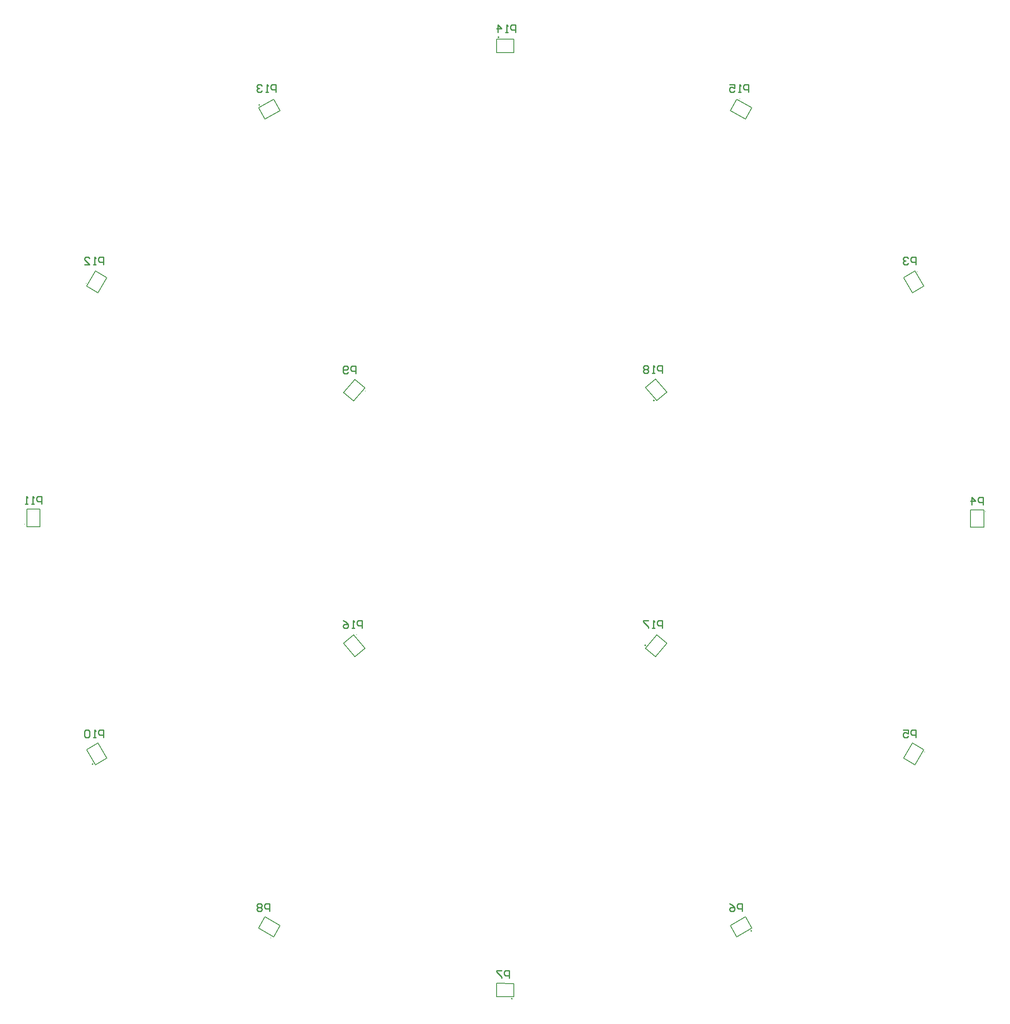
<source format=gbo>
G04*
G04 #@! TF.GenerationSoftware,Altium Limited,Altium Designer,20.2.3 (150)*
G04*
G04 Layer_Color=32896*
%FSLAX25Y25*%
%MOIN*%
G70*
G04*
G04 #@! TF.SameCoordinates,FEBEBD62-9BCC-4C60-8B63-8EF99F169A48*
G04*
G04*
G04 #@! TF.FilePolarity,Positive*
G04*
G01*
G75*
%ADD10C,0.00787*%
%ADD14C,0.00500*%
%ADD15C,0.01000*%
D10*
X52019Y428095D02*
G03*
X52019Y428095I197J-341D01*
G01*
X544249Y331846D02*
G03*
X544249Y331846I-224J324D01*
G01*
X550947Y526511D02*
G03*
X550947Y526511I-63J-389D01*
G01*
X322184Y533584D02*
G03*
X322184Y533584I-68J388D01*
G01*
X315231Y340705D02*
G03*
X315231Y340705I37J-392D01*
G01*
X813737Y438066D02*
G03*
X813737Y438066I318J-232D01*
G01*
X100972Y618876D02*
G03*
X100972Y618876I-392J33D01*
G01*
X106303Y238035D02*
G03*
X106303Y238035I-394J0D01*
G01*
X247259Y100190D02*
G03*
X247259Y100190I-1J394D01*
G01*
X438779Y52214D02*
G03*
X438779Y52214I-394J0D01*
G01*
X628457Y106044D02*
G03*
X628457Y106043I-360J-159D01*
G01*
X765480Y247618D02*
G03*
X765480Y247618I81J-385D01*
G01*
X759841Y628065D02*
G03*
X759841Y628065I391J42D01*
G01*
X619081Y765217D02*
G03*
X619081Y765217I-197J341D01*
G01*
X428150Y813927D02*
G03*
X428150Y813927I-394J0D01*
G01*
X238243Y760598D02*
G03*
X238243Y760598I-198J-340D01*
G01*
D14*
X53840Y426180D02*
X64273Y426182D01*
X53837Y439959D02*
X53840Y426180D01*
X53837Y439959D02*
X64270Y439962D01*
X64273Y426182D01*
X544258Y329920D02*
X552250Y323213D01*
X544258Y329920D02*
X553115Y340475D01*
X561107Y333769D01*
X552250Y323213D02*
X561107Y333769D01*
X553141Y525963D02*
X561123Y532681D01*
X544269Y536506D02*
X553141Y525963D01*
X544269Y536506D02*
X552251Y543224D01*
X561123Y532681D01*
X313892Y542928D02*
X321884Y536222D01*
X313027Y525666D02*
X321884Y536222D01*
X305035Y532373D02*
X313027Y525666D01*
X305035Y532373D02*
X313892Y542928D01*
X305019Y333769D02*
X313012Y340475D01*
X321869Y329920D01*
X313877Y323213D02*
X321869Y329920D01*
X305019Y333769D02*
X313877Y323213D01*
X802000Y439426D02*
X812433Y439411D01*
X812413Y425631D02*
X812433Y439411D01*
X801980Y425647D02*
X812413Y425631D01*
X801980Y425647D02*
X802000Y439426D01*
X101196Y616733D02*
X110223Y611502D01*
X101196Y616733D02*
X108104Y628655D01*
X117131Y623425D01*
X110223Y611502D02*
X117131Y623425D01*
X108104Y237486D02*
X117131Y242717D01*
X101196Y249409D02*
X108104Y237486D01*
X101196Y249409D02*
X110223Y254639D01*
X117131Y242717D01*
X249433Y101206D02*
X254636Y110249D01*
X237490Y108078D02*
X249433Y101206D01*
X237490Y108078D02*
X242692Y117121D01*
X254636Y110249D01*
X439960Y53838D02*
X439961Y64271D01*
X426181Y53839D02*
X439960Y53838D01*
X426181Y53839D02*
X426181Y64272D01*
X439961Y64271D01*
X623450Y117121D02*
X628652Y108077D01*
X616708Y101206D02*
X628652Y108077D01*
X611506Y110250D02*
X616708Y101206D01*
X611506Y110250D02*
X623450Y117121D01*
X755919Y254640D02*
X764946Y249409D01*
X758038Y237486D02*
X764946Y249409D01*
X749010Y242717D02*
X758038Y237486D01*
X749010Y242717D02*
X755919Y254640D01*
X749010Y623425D02*
X758038Y628655D01*
X764946Y616733D01*
X755919Y611502D02*
X764946Y616733D01*
X749010Y623425D02*
X755919Y611502D01*
X611505Y755892D02*
X616708Y764936D01*
X628652Y758064D01*
X623449Y749021D02*
X628652Y758064D01*
X611505Y755892D02*
X623449Y749021D01*
X426181Y801870D02*
X426181Y812304D01*
X439961Y812303D01*
X439960Y801870D02*
X439961Y812303D01*
X426181Y801870D02*
X439960Y801870D01*
X237490Y758064D02*
X242692Y749021D01*
X237490Y758064D02*
X249434Y764935D01*
X254636Y755892D01*
X242692Y749021D02*
X254636Y755892D01*
D15*
X557700Y547800D02*
Y553798D01*
X554701D01*
X553701Y552798D01*
Y550799D01*
X554701Y549799D01*
X557700D01*
X551702Y547800D02*
X549703D01*
X550702D01*
Y553798D01*
X551702Y552798D01*
X546704D02*
X545704Y553798D01*
X543705D01*
X542705Y552798D01*
Y551799D01*
X543705Y550799D01*
X542705Y549799D01*
Y548800D01*
X543705Y547800D01*
X545704D01*
X546704Y548800D01*
Y549799D01*
X545704Y550799D01*
X546704Y551799D01*
Y552798D01*
X545704Y550799D02*
X543705D01*
X557700Y345900D02*
Y351898D01*
X554701D01*
X553701Y350898D01*
Y348899D01*
X554701Y347899D01*
X557700D01*
X551702Y345900D02*
X549703D01*
X550702D01*
Y351898D01*
X551702Y350898D01*
X546704Y351898D02*
X542705D01*
Y350898D01*
X546704Y346900D01*
Y345900D01*
X319500D02*
Y351898D01*
X316501D01*
X315501Y350898D01*
Y348899D01*
X316501Y347899D01*
X319500D01*
X313502Y345900D02*
X311503D01*
X312502D01*
Y351898D01*
X313502Y350898D01*
X304505Y351898D02*
X306504Y350898D01*
X308504Y348899D01*
Y346900D01*
X307504Y345900D01*
X305504D01*
X304505Y346900D01*
Y347899D01*
X305504Y348899D01*
X308504D01*
X626000Y770600D02*
Y776598D01*
X623001D01*
X622001Y775598D01*
Y773599D01*
X623001Y772599D01*
X626000D01*
X620002Y770600D02*
X618003D01*
X619002D01*
Y776598D01*
X620002Y775598D01*
X611005Y776598D02*
X615004D01*
Y773599D01*
X613004Y774599D01*
X612005D01*
X611005Y773599D01*
Y771600D01*
X612005Y770600D01*
X614004D01*
X615004Y771600D01*
X441100Y817700D02*
Y823698D01*
X438101D01*
X437101Y822698D01*
Y820699D01*
X438101Y819699D01*
X441100D01*
X435102Y817700D02*
X433103D01*
X434102D01*
Y823698D01*
X435102Y822698D01*
X427105Y817700D02*
Y823698D01*
X430104Y820699D01*
X426105D01*
X251300Y770600D02*
Y776598D01*
X248301D01*
X247301Y775598D01*
Y773599D01*
X248301Y772599D01*
X251300D01*
X245302Y770600D02*
X243303D01*
X244302D01*
Y776598D01*
X245302Y775598D01*
X240304D02*
X239304Y776598D01*
X237304D01*
X236305Y775598D01*
Y774599D01*
X237304Y773599D01*
X238304D01*
X237304D01*
X236305Y772599D01*
Y771600D01*
X237304Y770600D01*
X239304D01*
X240304Y771600D01*
X114600Y633800D02*
Y639798D01*
X111601D01*
X110601Y638798D01*
Y636799D01*
X111601Y635799D01*
X114600D01*
X108602Y633800D02*
X106603D01*
X107602D01*
Y639798D01*
X108602Y638798D01*
X99605Y633800D02*
X103604D01*
X99605Y637799D01*
Y638798D01*
X100604Y639798D01*
X102604D01*
X103604Y638798D01*
X65400Y444100D02*
Y450098D01*
X62401D01*
X61401Y449098D01*
Y447099D01*
X62401Y446099D01*
X65400D01*
X59402Y444100D02*
X57403D01*
X58402D01*
Y450098D01*
X59402Y449098D01*
X54404Y444100D02*
X52404D01*
X53404D01*
Y450098D01*
X54404Y449098D01*
X114600Y259100D02*
Y265098D01*
X111601D01*
X110601Y264098D01*
Y262099D01*
X111601Y261099D01*
X114600D01*
X108602Y259100D02*
X106603D01*
X107602D01*
Y265098D01*
X108602Y264098D01*
X103604D02*
X102604Y265098D01*
X100604D01*
X99605Y264098D01*
Y260100D01*
X100604Y259100D01*
X102604D01*
X103604Y260100D01*
Y264098D01*
X314500Y547500D02*
Y553498D01*
X311501D01*
X310501Y552498D01*
Y550499D01*
X311501Y549499D01*
X314500D01*
X308502Y548500D02*
X307502Y547500D01*
X305503D01*
X304503Y548500D01*
Y552498D01*
X305503Y553498D01*
X307502D01*
X308502Y552498D01*
Y551499D01*
X307502Y550499D01*
X304503D01*
X246300Y121600D02*
Y127598D01*
X243301D01*
X242301Y126598D01*
Y124599D01*
X243301Y123599D01*
X246300D01*
X240302Y126598D02*
X239302Y127598D01*
X237303D01*
X236303Y126598D01*
Y125599D01*
X237303Y124599D01*
X236303Y123599D01*
Y122600D01*
X237303Y121600D01*
X239302D01*
X240302Y122600D01*
Y123599D01*
X239302Y124599D01*
X240302Y125599D01*
Y126598D01*
X239302Y124599D02*
X237303D01*
X436100Y68400D02*
Y74398D01*
X433101D01*
X432101Y73398D01*
Y71399D01*
X433101Y70399D01*
X436100D01*
X430102Y74398D02*
X426103D01*
Y73398D01*
X430102Y69400D01*
Y68400D01*
X621000Y121600D02*
Y127598D01*
X618001D01*
X617001Y126598D01*
Y124599D01*
X618001Y123599D01*
X621000D01*
X611003Y127598D02*
X613003Y126598D01*
X615002Y124599D01*
Y122600D01*
X614002Y121600D01*
X612003D01*
X611003Y122600D01*
Y123599D01*
X612003Y124599D01*
X615002D01*
X758500Y259100D02*
Y265098D01*
X755501D01*
X754501Y264098D01*
Y262099D01*
X755501Y261099D01*
X758500D01*
X748503Y265098D02*
X752502D01*
Y262099D01*
X750503Y263099D01*
X749503D01*
X748503Y262099D01*
Y260100D01*
X749503Y259100D01*
X751502D01*
X752502Y260100D01*
X811900Y443500D02*
Y449498D01*
X808901D01*
X807901Y448498D01*
Y446499D01*
X808901Y445499D01*
X811900D01*
X802903Y443500D02*
Y449498D01*
X805902Y446499D01*
X801903D01*
X758500Y633800D02*
Y639798D01*
X755501D01*
X754501Y638798D01*
Y636799D01*
X755501Y635799D01*
X758500D01*
X752502Y638798D02*
X751502Y639798D01*
X749503D01*
X748503Y638798D01*
Y637799D01*
X749503Y636799D01*
X750503D01*
X749503D01*
X748503Y635799D01*
Y634800D01*
X749503Y633800D01*
X751502D01*
X752502Y634800D01*
M02*

</source>
